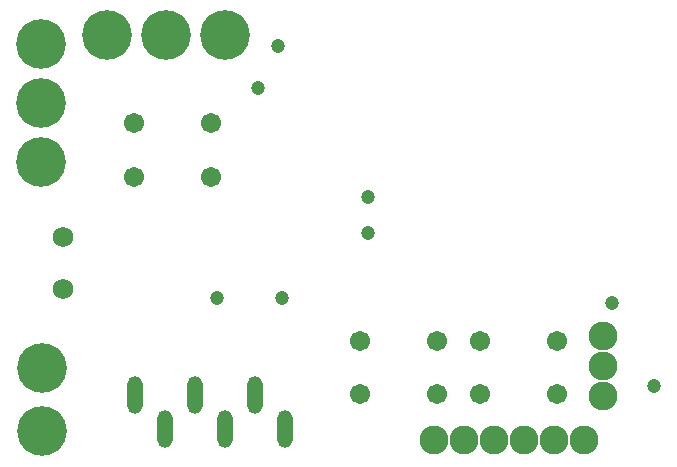
<source format=gbs>
G04*
G04 #@! TF.GenerationSoftware,Altium Limited,Altium Designer,25.4.2 (15)*
G04*
G04 Layer_Color=16711935*
%FSLAX44Y44*%
%MOMM*%
G71*
G04*
G04 #@! TF.SameCoordinates,58BEE836-9102-4636-8553-DC709D7D42DE*
G04*
G04*
G04 #@! TF.FilePolarity,Negative*
G04*
G01*
G75*
%ADD74C,4.2032*%
%ADD75C,2.4384*%
%ADD76C,1.7032*%
%ADD77C,1.7272*%
%ADD89O,1.3032X3.2032*%
%ADD90C,1.2032*%
D74*
X88000Y368000D02*
D03*
X188000D02*
D03*
X33000Y33000D02*
D03*
X32000Y261000D02*
D03*
Y311000D02*
D03*
Y361000D02*
D03*
X138000Y368000D02*
D03*
X33000Y86000D02*
D03*
D75*
X508000Y62600D02*
D03*
Y88000D02*
D03*
Y113400D02*
D03*
X364800Y25000D02*
D03*
X390200D02*
D03*
X415600D02*
D03*
X441000D02*
D03*
X466400D02*
D03*
X491800D02*
D03*
D76*
X468500Y64500D02*
D03*
Y109500D02*
D03*
X403500Y64500D02*
D03*
Y109500D02*
D03*
X302500D02*
D03*
Y64500D02*
D03*
X367500Y109500D02*
D03*
Y64500D02*
D03*
X111000Y293500D02*
D03*
Y248500D02*
D03*
X176000Y293500D02*
D03*
Y248500D02*
D03*
D77*
X51000Y197000D02*
D03*
Y153000D02*
D03*
D89*
X238500Y34800D02*
D03*
X213100Y63200D02*
D03*
X187700Y34800D02*
D03*
X162300Y63200D02*
D03*
X136900Y34800D02*
D03*
X111500Y63200D02*
D03*
D90*
X515500Y141000D02*
D03*
X551000Y71000D02*
D03*
X181000Y146000D02*
D03*
X236000Y145250D02*
D03*
X309000Y231000D02*
D03*
Y201000D02*
D03*
X233000Y359000D02*
D03*
X216000Y323500D02*
D03*
M02*

</source>
